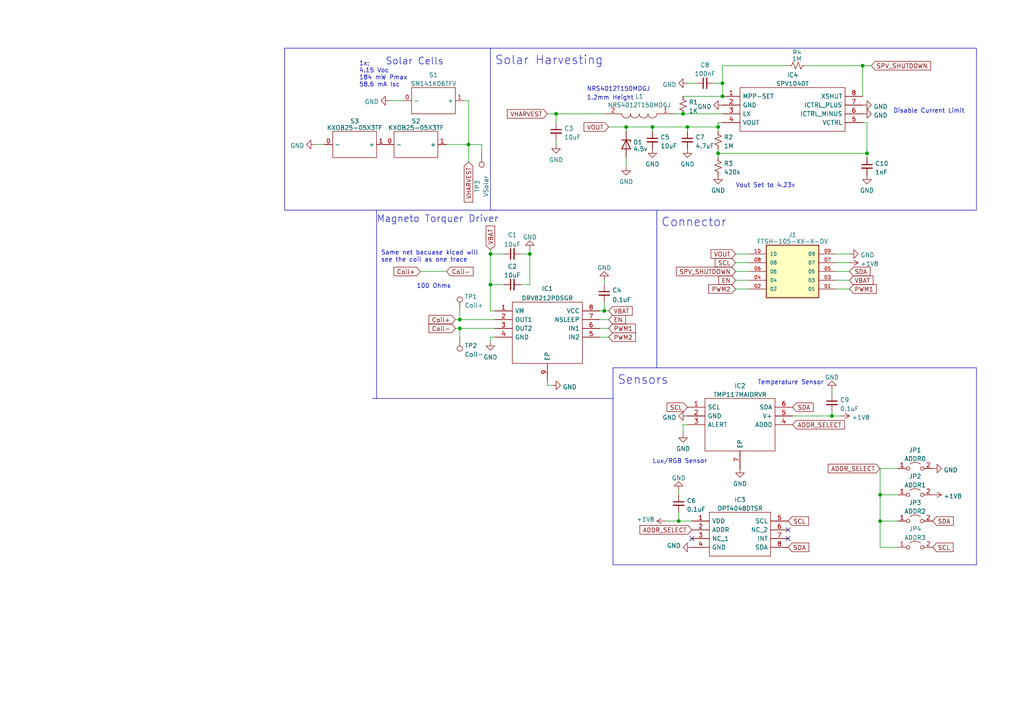
<source format=kicad_sch>
(kicad_sch (version 20230121) (generator eeschema)
  (paper "A4")
  (lib_symbols
    (symbol "+1V8_1" (power) (pin_names (offset 0))
      (property "Value" "+1V8_1" (at 0 3.556 0))
      (symbol "+1V8_1_0_1"
        (polyline (pts (xy -0.762 1.27) (xy 0 2.54)))
        (polyline (pts (xy 0 0) (xy 0 2.54)))
        (polyline (pts (xy 0 2.54) (xy 0.762 1.27)))
      )
      (symbol "+1V8_1_1_1"
        (pin power_in line (at 0 0 90) (length 0) hide (name "+1V8") (number "1"))
      )
    )
    (symbol "Connector:TestPoint" (pin_numbers hide) (pin_names (offset 0.762) hide)
      (property "Reference" "TP" (at 0 6.858 0))
      (property "Value" "TestPoint" (at 0 5.08 0))
      (symbol "TestPoint_0_1"
        (circle (center 0 3.302) (radius 0.762))
      )
      (symbol "TestPoint_1_1"
        (pin passive line (at 0 0 90) (length 2.54) (name "1") (number "1"))
      )
    )
    (symbol "DRV8212PDSGR:DRV8212PDSGR" (pin_names (offset 0.762))
      (property "Reference" "IC" (at 26.67 7.62 0))
      (property "Value" "DRV8212PDSGR" (at 26.67 5.08 0))
      (symbol "DRV8212PDSGR_0_0"
        (pin passive line (at 0 0 0) (length 5.08) (name "VM") (number "1"))
        (pin passive line (at 0 -2.54 0) (length 5.08) (name "OUT1") (number "2"))
        (pin passive line (at 0 -5.08 0) (length 5.08) (name "OUT2") (number "3"))
        (pin passive line (at 0 -7.62 0) (length 5.08) (name "GND") (number "4"))
        (pin passive line (at 30.48 -7.62 180) (length 5.08) (name "IN2") (number "5"))
        (pin passive line (at 30.48 -5.08 180) (length 5.08) (name "IN1") (number "6"))
        (pin passive line (at 30.48 -2.54 180) (length 5.08) (name "NSLEEP") (number "7"))
        (pin passive line (at 30.48 0 180) (length 5.08) (name "VCC") (number "8"))
        (pin passive line (at 15.24 -20.32 90) (length 5.08) (name "EP") (number "9"))
      )
      (symbol "DRV8212PDSGR_0_1"
        (polyline (pts (xy 5.08 2.54) (xy 25.4 2.54) (xy 25.4 -15.24) (xy 5.08 -15.24) (xy 5.08 2.54)) (stroke (width 0.1524)))
      )
    )
    (symbol "Device:C_Small" (pin_numbers hide) (pin_names (offset 0.254) hide)
      (property "Reference" "C" (at 0.254 1.778 0))
      (property "Value" "C_Small" (at 0.254 -2.032 0))
      (symbol "C_Small_0_1"
        (polyline (pts (xy -1.524 -0.508) (xy 1.524 -0.508)) (stroke (width 0.3302)))
        (polyline (pts (xy -1.524 0.508) (xy 1.524 0.508)) (stroke (width 0.3048)))
      )
      (symbol "C_Small_1_1"
        (pin passive line (at 0 2.54 270) (length 2.032) (name "~") (number "1"))
        (pin passive line (at 0 -2.54 90) (length 2.032) (name "~") (number "2"))
      )
    )
    (symbol "Device:D_Zener" (pin_numbers hide) (pin_names (offset 1.016) hide)
      (property "Reference" "D" (at 0 2.54 0))
      (property "Value" "D_Zener" (at 0 -2.54 0))
      (symbol "D_Zener_0_1"
        (polyline (pts (xy 1.27 0) (xy -1.27 0)))
        (polyline (pts (xy -1.27 -1.27) (xy -1.27 1.27) (xy -0.762 1.27)) (stroke (width 0.254)))
        (polyline (pts (xy 1.27 -1.27) (xy 1.27 1.27) (xy -1.27 0) (xy 1.27 -1.27)) (stroke (width 0.254)))
      )
      (symbol "D_Zener_1_1"
        (pin passive line (at -3.81 0 0) (length 2.54) (name "K") (number "1"))
        (pin passive line (at 3.81 0 180) (length 2.54) (name "A") (number "2"))
      )
    )
    (symbol "Device:R_Small_US" (pin_numbers hide) (pin_names (offset 0.254) hide)
      (property "Reference" "R" (at 0.762 0.508 0))
      (property "Value" "R_Small_US" (at 0.762 -1.016 0))
      (symbol "R_Small_US_1_1"
        (polyline (pts (xy 0 0) (xy 1.016 -0.381) (xy 0 -0.762) (xy -1.016 -1.143) (xy 0 -1.524)))
        (polyline (pts (xy 0 1.524) (xy 1.016 1.143) (xy 0 0.762) (xy -1.016 0.381) (xy 0 0)))
        (pin passive line (at 0 2.54 270) (length 1.016) (name "~") (number "1"))
        (pin passive line (at 0 -2.54 90) (length 1.016) (name "~") (number "2"))
      )
    )
    (symbol "FTSH-105-XX-X-DV:FTSH-105-XX-X-DV" (pin_names (offset 1.016))
      (property "Reference" "J" (at -7.62 8.89 0))
      (property "Value" "FTSH-105-XX-X-DV" (at -7.62 -10.16 0))
      (symbol "FTSH-105-XX-X-DV_0_0"
        (rectangle (start -7.62 -7.62) (end 7.62 7.62) (stroke (width 0.254)) (fill (type background)))
        (pin passive line (at -12.7 5.08 0) (length 5.08) (name "01") (number "01"))
        (pin passive line (at 12.7 5.08 180) (length 5.08) (name "02") (number "02"))
        (pin passive line (at -12.7 2.54 0) (length 5.08) (name "03") (number "03"))
        (pin passive line (at 12.7 2.54 180) (length 5.08) (name "04") (number "04"))
        (pin passive line (at -12.7 0 0) (length 5.08) (name "05") (number "05"))
        (pin passive line (at 12.7 0 180) (length 5.08) (name "06") (number "06"))
        (pin passive line (at -12.7 -2.54 0) (length 5.08) (name "07") (number "07"))
        (pin passive line (at 12.7 -2.54 180) (length 5.08) (name "08") (number "08"))
        (pin passive line (at -12.7 -5.08 0) (length 5.08) (name "09") (number "09"))
        (pin passive line (at 12.7 -5.08 180) (length 5.08) (name "10") (number "10"))
      )
    )
    (symbol "GND_1" (power) (pin_names (offset 0))
      (property "Value" "GND_1" (at 0 -3.81 0))
      (symbol "GND_1_0_1"
        (polyline (pts (xy 0 0) (xy 0 -1.27) (xy 1.27 -1.27) (xy 0 -2.54) (xy -1.27 -1.27) (xy 0 -1.27)))
      )
      (symbol "GND_1_1_1"
        (pin power_in line (at 0 0 270) (length 0) hide (name "GND") (number "1"))
      )
    )
    (symbol "GND_2" (power) (pin_names (offset 0))
      (property "Value" "GND_2" (at 0 -3.81 0))
      (symbol "GND_2_0_1"
        (polyline (pts (xy 0 0) (xy 0 -1.27) (xy 1.27 -1.27) (xy 0 -2.54) (xy -1.27 -1.27) (xy 0 -1.27)))
      )
      (symbol "GND_2_1_1"
        (pin power_in line (at 0 0 270) (length 0) hide (name "GND") (number "1"))
      )
    )
    (symbol "GND_3" (power) (pin_names (offset 0))
      (property "Value" "GND_3" (at 0 -3.81 0))
      (symbol "GND_3_0_1"
        (polyline (pts (xy 0 0) (xy 0 -1.27) (xy 1.27 -1.27) (xy 0 -2.54) (xy -1.27 -1.27) (xy 0 -1.27)))
      )
      (symbol "GND_3_1_1"
        (pin power_in line (at 0 0 270) (length 0) hide (name "GND") (number "1"))
      )
    )
    (symbol "GND_4" (power) (pin_names (offset 0))
      (property "Value" "GND_4" (at 0 -3.81 0))
      (symbol "GND_4_0_1"
        (polyline (pts (xy 0 0) (xy 0 -1.27) (xy 1.27 -1.27) (xy 0 -2.54) (xy -1.27 -1.27) (xy 0 -1.27)))
      )
      (symbol "GND_4_1_1"
        (pin power_in line (at 0 0 270) (length 0) hide (name "GND") (number "1"))
      )
    )
    (symbol "GND_6" (power) (pin_names (offset 0))
      (property "Value" "GND_6" (at 0 -3.81 0))
      (symbol "GND_6_0_1"
        (polyline (pts (xy 0 0) (xy 0 -1.27) (xy 1.27 -1.27) (xy 0 -2.54) (xy -1.27 -1.27) (xy 0 -1.27)))
      )
      (symbol "GND_6_1_1"
        (pin power_in line (at 0 0 270) (length 0) hide (name "GND") (number "1"))
      )
    )
    (symbol "Jumper:Jumper_2_Open" (pin_names (offset 0) hide)
      (property "Reference" "JP" (at 0 2.794 0))
      (property "Value" "Jumper_2_Open" (at 0 -2.286 0))
      (symbol "Jumper_2_Open_0_0"
        (circle (center -2.032 0) (radius 0.508))
        (circle (center 2.032 0) (radius 0.508))
      )
      (symbol "Jumper_2_Open_0_1"
        (arc (start 1.524 1.27) (mid 0 1.778) (end -1.524 1.27))
      )
      (symbol "Jumper_2_Open_1_1"
        (pin passive line (at -5.08 0 0) (length 2.54) (name "A") (number "1"))
        (pin passive line (at 5.08 0 180) (length 2.54) (name "B") (number "2"))
      )
    )
    (symbol "KXOB121K04TF:KXOB25-05X3TF"
      (property "Reference" "S" (at 0 -5.08 0))
      (property "Value" "KXOB25-05X3TF" (at 0 5.08 0))
      (symbol "KXOB25-05X3TF_0_1"
        (rectangle (start -6.35 3.81) (end 6.35 -3.81) (stroke (width 0.1524)))
      )
      (symbol "KXOB25-05X3TF_1_1"
        (pin input line (at -8.89 0 0) (length 2.54) (name "-") (number "0"))
        (pin input line (at 8.89 0 180) (length 2.54) (name "+") (number "1"))
      )
    )
    (symbol "KXOB121K04TF:SM141K06TFV"
      (property "Reference" "S" (at 0 -5.08 0))
      (property "Value" "SM141K06TFV" (at 0 5.08 0))
      (symbol "SM141K06TFV_0_1"
        (rectangle (start -6.35 3.81) (end 6.35 -3.81) (stroke (width 0.1524)))
      )
      (symbol "SM141K06TFV_1_1"
        (pin input line (at -8.89 0 0) (length 2.54) (name "-") (number "0"))
        (pin input line (at 8.89 0 180) (length 2.54) (name "+") (number "1"))
      )
    )
    (symbol "NRS4012T150MDGJ:NRS4012T150MDGJ" (pin_names (offset 0.762))
      (property "Reference" "L" (at 16.51 6.35 0))
      (property "Value" "NRS4012T150MDGJ" (at 16.51 3.81 0))
      (symbol "NRS4012T150MDGJ_0_0"
        (pin passive line (at 0 0 0) (length 5.08) (name "~") (number "1"))
        (pin passive line (at 20.32 0 180) (length 5.08) (name "~") (number "2"))
      )
      (symbol "NRS4012T150MDGJ_0_1"
        (arc (start 7.62 0) (mid 6.35 1.2202) (end 5.08 0) (stroke (width 0.1524)))
        (arc (start 10.16 0) (mid 8.89 1.2202) (end 7.62 0) (stroke (width 0.1524)))
        (arc (start 12.7 0) (mid 11.43 1.2202) (end 10.16 0) (stroke (width 0.1524)))
        (arc (start 15.24 0) (mid 13.97 1.2202) (end 12.7 0) (stroke (width 0.1524)))
      )
    )
    (symbol "OPT4048DTSR:OPT4048DTSR" (pin_names (offset 0.762))
      (property "Reference" "IC" (at 24.13 7.62 0))
      (property "Value" "OPT4048DTSR" (at 24.13 5.08 0))
      (symbol "OPT4048DTSR_0_0"
        (pin passive line (at 0 0 0) (length 5.08) (name "VDD") (number "1"))
        (pin passive line (at 0 -2.54 0) (length 5.08) (name "ADDR") (number "2"))
        (pin passive line (at 0 -5.08 0) (length 5.08) (name "NC_1") (number "3"))
        (pin passive line (at 0 -7.62 0) (length 5.08) (name "GND") (number "4"))
        (pin passive line (at 27.94 0 180) (length 5.08) (name "SCL") (number "5"))
        (pin passive line (at 27.94 -2.54 180) (length 5.08) (name "NC_2") (number "6"))
        (pin passive line (at 27.94 -5.08 180) (length 5.08) (name "INT") (number "7"))
        (pin passive line (at 27.94 -7.62 180) (length 5.08) (name "SDA") (number "8"))
      )
      (symbol "OPT4048DTSR_0_1"
        (polyline (pts (xy 5.08 2.54) (xy 22.86 2.54) (xy 22.86 -10.16) (xy 5.08 -10.16) (xy 5.08 2.54)) (stroke (width 0.1524)))
      )
    )
    (symbol "SPV1040T:SPV1040T" (pin_names (offset 0.762))
      (property "Reference" "IC" (at 36.83 7.62 0))
      (property "Value" "SPV1040T" (at 36.83 5.08 0))
      (symbol "SPV1040T_0_0"
        (pin passive line (at 0 0 0) (length 5.08) (name "MPP-SET") (number "1"))
        (pin passive line (at 0 -2.54 0) (length 5.08) (name "GND") (number "2"))
        (pin passive line (at 0 -5.08 0) (length 5.08) (name "LX") (number "3"))
        (pin passive line (at 0 -7.62 0) (length 5.08) (name "VOUT") (number "4"))
        (pin passive line (at 40.64 -7.62 180) (length 5.08) (name "VCTRL") (number "5"))
        (pin passive line (at 40.64 -5.08 180) (length 5.08) (name "ICTRL_MINUS") (number "6"))
        (pin passive line (at 40.64 -2.54 180) (length 5.08) (name "ICTRL_PLUS") (number "7"))
        (pin passive line (at 40.64 0 180) (length 5.08) (name "XSHUT") (number "8"))
      )
      (symbol "SPV1040T_0_1"
        (polyline (pts (xy 5.08 2.54) (xy 35.56 2.54) (xy 35.56 -10.16) (xy 5.08 -10.16) (xy 5.08 2.54)) (stroke (width 0.1524)))
      )
    )
    (symbol "TMP117MAIDRVR:TMP117MAIDRVR" (pin_names (offset 0.762))
      (property "Reference" "IC" (at 26.67 7.62 0))
      (property "Value" "TMP117MAIDRVR" (at 26.67 5.08 0))
      (symbol "TMP117MAIDRVR_0_0"
        (pin passive line (at 0 0 0) (length 5.08) (name "SCL") (number "1"))
        (pin passive line (at 0 -2.54 0) (length 5.08) (name "GND") (number "2"))
        (pin passive line (at 0 -5.08 0) (length 5.08) (name "ALERT") (number "3"))
        (pin passive line (at 30.48 -5.08 180) (length 5.08) (name "ADD0") (number "4"))
        (pin passive line (at 30.48 -2.54 180) (length 5.08) (name "V+") (number "5"))
        (pin passive line (at 30.48 0 180) (length 5.08) (name "SDA") (number "6"))
        (pin passive line (at 15.24 -17.78 90) (length 5.08) (name "EP") (number "7"))
      )
      (symbol "TMP117MAIDRVR_0_1"
        (polyline (pts (xy 5.08 2.54) (xy 25.4 2.54) (xy 25.4 -12.7) (xy 5.08 -12.7) (xy 5.08 2.54)) (stroke (width 0.1524)))
      )
    )
    (symbol "power:+1V8" (power) (pin_names (offset 0))
      (property "Value" "+1V8" (at 0 3.556 0))
      (symbol "+1V8_0_1"
        (polyline (pts (xy -0.762 1.27) (xy 0 2.54)))
        (polyline (pts (xy 0 0) (xy 0 2.54)))
        (polyline (pts (xy 0 2.54) (xy 0.762 1.27)))
      )
      (symbol "+1V8_1_1"
        (pin power_in line (at 0 0 90) (length 0) hide (name "+1V8") (number "1"))
      )
    )
    (symbol "power:GND" (power) (pin_names (offset 0))
      (property "Value" "GND" (at 0 -3.81 0))
      (symbol "GND_0_1"
        (polyline (pts (xy 0 0) (xy 0 -1.27) (xy 1.27 -1.27) (xy 0 -2.54) (xy -1.27 -1.27) (xy 0 -1.27)))
      )
      (symbol "GND_1_1"
        (pin power_in line (at 0 0 270) (length 0) hide (name "GND") (number "1"))
      )
    )
  )
  (junction (at 208.28 44.45))
  (junction (at 255.27 151.13))
  (junction (at 133.35 92.71))
  (junction (at 142.24 73.66))
  (junction (at 209.55 24.13))
  (junction (at 198.12 33.02))
  (junction (at 181.61 36.83))
  (junction (at 135.89 41.91))
  (junction (at 251.46 44.45))
  (junction (at 255.27 143.51))
  (junction (at 209.55 27.94))
  (junction (at 175.26 90.17))
  (junction (at 250.19 19.05))
  (junction (at 161.29 33.02))
  (junction (at 133.35 95.25))
  (junction (at 196.85 151.13))
  (junction (at 199.39 36.83))
  (junction (at 189.23 36.83))
  (junction (at 153.67 73.66))
  (junction (at 208.28 36.83))
  (junction (at 241.3 120.65))
  (junction (at 142.24 82.55))
  (no_connect (at 228.6 153.67))
  (no_connect (at 228.6 156.21))
  (no_connect (at 200.66 156.21))
  (wire (pts (xy 142.24 73.66) (xy 142.24 82.55)))
  (wire (pts (xy 255.27 135.89) (xy 260.35 135.89)))
  (wire (pts (xy 213.36 73.66) (xy 217.17 73.66)))
  (polyline (pts (xy 283.21 60.96) (xy 142.24 60.96)))
  (wire (pts (xy 241.3 119.38) (xy 241.3 120.65)))
  (wire (pts (xy 199.39 36.83) (xy 199.39 38.1)))
  (wire (pts (xy 176.53 97.79) (xy 173.99 97.79)))
  (wire (pts (xy 199.39 24.13) (xy 201.93 24.13)))
  (wire (pts (xy 133.35 95.25) (xy 132.08 95.25)))
  (wire (pts (xy 209.55 24.13) (xy 209.55 27.94)))
  (wire (pts (xy 133.35 90.17) (xy 133.35 92.71)))
  (wire (pts (xy 175.26 90.17) (xy 173.99 90.17)))
  (polyline (pts (xy 177.8 106.68) (xy 283.21 106.68)))
  (wire (pts (xy 142.24 72.39) (xy 142.24 73.66)))
  (polyline (pts (xy 190.5 60.96) (xy 190.5 106.68)))
  (wire (pts (xy 142.24 82.55) (xy 142.24 90.17)))
  (wire (pts (xy 133.35 95.25) (xy 133.35 97.79)))
  (wire (pts (xy 139.7 41.91) (xy 139.7 44.45)))
  (wire (pts (xy 189.23 36.83) (xy 189.23 38.1)))
  (wire (pts (xy 209.55 19.05) (xy 228.6 19.05)))
  (wire (pts (xy 133.35 92.71) (xy 132.08 92.71)))
  (wire (pts (xy 209.55 19.05) (xy 209.55 24.13)))
  (wire (pts (xy 208.28 35.56) (xy 209.55 35.56)))
  (wire (pts (xy 158.75 33.02) (xy 161.29 33.02)))
  (wire (pts (xy 243.84 120.65) (xy 241.3 120.65)))
  (polyline (pts (xy 177.8 115.57) (xy 107.95 115.57)))
  (wire (pts (xy 158.75 111.76) (xy 160.02 111.76)))
  (wire (pts (xy 242.57 73.66) (xy 246.38 73.66)))
  (wire (pts (xy 91.44 41.91) (xy 93.98 41.91)))
  (wire (pts (xy 198.12 123.19) (xy 199.39 123.19)))
  (wire (pts (xy 143.51 95.25) (xy 133.35 95.25)))
  (wire (pts (xy 255.27 158.75) (xy 260.35 158.75)))
  (wire (pts (xy 193.04 151.13) (xy 196.85 151.13)))
  (polyline (pts (xy 142.24 60.96) (xy 142.24 13.97)))
  (wire (pts (xy 242.57 83.82) (xy 246.38 83.82)))
  (wire (pts (xy 255.27 143.51) (xy 260.35 143.51)))
  (wire (pts (xy 250.19 27.94) (xy 250.19 19.05)))
  (wire (pts (xy 208.28 44.45) (xy 251.46 44.45)))
  (polyline (pts (xy 177.8 163.83) (xy 177.8 106.68)))
  (wire (pts (xy 134.62 29.21) (xy 135.89 29.21)))
  (wire (pts (xy 129.54 41.91) (xy 135.89 41.91)))
  (wire (pts (xy 213.36 76.2) (xy 217.17 76.2)))
  (polyline (pts (xy 283.21 13.97) (xy 283.21 60.96)))
  (wire (pts (xy 250.19 35.56) (xy 251.46 35.56)))
  (wire (pts (xy 250.19 19.05) (xy 252.73 19.05)))
  (wire (pts (xy 196.85 148.59) (xy 196.85 151.13)))
  (wire (pts (xy 251.46 44.45) (xy 251.46 45.72)))
  (wire (pts (xy 176.53 90.17) (xy 175.26 90.17)))
  (polyline (pts (xy 82.55 13.97) (xy 109.22 13.97)))
  (polyline (pts (xy 283.21 163.83) (xy 177.8 163.83)))
  (wire (pts (xy 151.13 73.66) (xy 153.67 73.66)))
  (wire (pts (xy 207.01 24.13) (xy 209.55 24.13)))
  (wire (pts (xy 195.58 33.02) (xy 198.12 33.02)))
  (wire (pts (xy 255.27 151.13) (xy 255.27 158.75)))
  (wire (pts (xy 198.12 27.94) (xy 209.55 27.94)))
  (wire (pts (xy 255.27 143.51) (xy 255.27 151.13)))
  (wire (pts (xy 181.61 36.83) (xy 189.23 36.83)))
  (wire (pts (xy 233.68 19.05) (xy 250.19 19.05)))
  (polyline (pts (xy 109.22 60.96) (xy 143.51 60.96)))
  (wire (pts (xy 153.67 82.55) (xy 153.67 73.66)))
  (polyline (pts (xy 142.24 13.97) (xy 109.22 13.97)))
  (wire (pts (xy 121.92 78.74) (xy 129.54 78.74)))
  (polyline (pts (xy 82.55 60.96) (xy 82.55 13.97)))
  (wire (pts (xy 241.3 120.65) (xy 229.87 120.65)))
  (wire (pts (xy 161.29 33.02) (xy 175.26 33.02)))
  (wire (pts (xy 208.28 36.83) (xy 208.28 35.56)))
  (wire (pts (xy 142.24 97.79) (xy 142.24 99.06)))
  (wire (pts (xy 208.28 38.1) (xy 208.28 36.83)))
  (wire (pts (xy 242.57 78.74) (xy 246.38 78.74)))
  (wire (pts (xy 142.24 90.17) (xy 143.51 90.17)))
  (wire (pts (xy 135.89 41.91) (xy 139.7 41.91)))
  (wire (pts (xy 135.89 46.99) (xy 135.89 41.91)))
  (wire (pts (xy 208.28 44.45) (xy 208.28 45.72)))
  (wire (pts (xy 146.05 73.66) (xy 142.24 73.66)))
  (wire (pts (xy 196.85 142.24) (xy 196.85 143.51)))
  (wire (pts (xy 181.61 45.72) (xy 181.61 48.26)))
  (wire (pts (xy 242.57 81.28) (xy 246.38 81.28)))
  (polyline (pts (xy 109.22 115.57) (xy 109.22 60.96)))
  (wire (pts (xy 255.27 151.13) (xy 260.35 151.13)))
  (wire (pts (xy 175.26 87.63) (xy 175.26 90.17)))
  (wire (pts (xy 143.51 92.71) (xy 133.35 92.71)))
  (wire (pts (xy 113.03 29.21) (xy 116.84 29.21)))
  (wire (pts (xy 198.12 33.02) (xy 209.55 33.02)))
  (wire (pts (xy 213.36 83.82) (xy 217.17 83.82)))
  (polyline (pts (xy 142.24 13.97) (xy 283.21 13.97)))
  (wire (pts (xy 161.29 33.02) (xy 161.29 35.56)))
  (wire (pts (xy 176.53 36.83) (xy 181.61 36.83)))
  (wire (pts (xy 153.67 73.66) (xy 153.67 72.39)))
  (wire (pts (xy 208.28 43.18) (xy 208.28 44.45)))
  (wire (pts (xy 198.12 123.19) (xy 198.12 125.73)))
  (polyline (pts (xy 283.21 106.68) (xy 283.21 163.83)))
  (wire (pts (xy 158.75 110.49) (xy 158.75 111.76)))
  (wire (pts (xy 181.61 36.83) (xy 181.61 38.1)))
  (wire (pts (xy 151.13 82.55) (xy 153.67 82.55)))
  (wire (pts (xy 255.27 135.89) (xy 255.27 143.51)))
  (wire (pts (xy 199.39 36.83) (xy 208.28 36.83)))
  (wire (pts (xy 135.89 29.21) (xy 135.89 41.91)))
  (wire (pts (xy 251.46 35.56) (xy 251.46 44.45)))
  (wire (pts (xy 196.85 151.13) (xy 200.66 151.13)))
  (polyline (pts (xy 109.22 60.96) (xy 82.55 60.96)))
  (wire (pts (xy 146.05 82.55) (xy 142.24 82.55)))
  (wire (pts (xy 213.36 81.28) (xy 217.17 81.28)))
  (wire (pts (xy 143.51 97.79) (xy 142.24 97.79)))
  (wire (pts (xy 189.23 36.83) (xy 199.39 36.83)))
  (wire (pts (xy 173.99 92.71) (xy 176.53 92.71)))
  (wire (pts (xy 213.36 78.74) (xy 217.17 78.74)))
  (wire (pts (xy 161.29 40.64) (xy 161.29 41.91)))
  (wire (pts (xy 176.53 95.25) (xy 173.99 95.25)))
  (wire (pts (xy 242.57 76.2) (xy 246.38 76.2)))
  (wire (pts (xy 241.3 113.03) (xy 241.3 114.3)))
  (wire (pts (xy 175.26 82.55) (xy 175.26 81.28)))
  (text "Lux/RGB Sensor" (at 189.23 134.62 0) (effects (font (size 1.27 1.27)) (justify left bottom)))
  (text "Sensors" (at 179.07 111.76 0) (effects (font (size 2.5 2.5)) (justify left bottom)))
  (text "100 Ohms" (at 130.81 83.82 0) (effects (font (size 1.27 1.27)) (justify right bottom)))
  (text "Vout Set to 4.23v" (at 213.36 54.61 0) (effects (font (size 1.27 1.27)) (justify left bottom)))
  (text "Solar Cells" (at 111.76 19.05 0) (effects (font (size 2 2)) (justify left bottom)))
  (text "Disable Current Limit" (at 259.08 33.02 0) (effects (font (size 1.27 1.27)) (justify left bottom)))
  (text "1.2mm Height" (at 170.18 29.21 0) (effects (font (size 1.27 1.27)) (justify left bottom)))
  (text "Solar Harvesting" (at 143.51 19.05 0) (effects (font (size 2.5 2.5)) (justify left bottom)))
  (text "NRS4012T150MDGJ" (at 170.18 26.67 0) (effects (font (size 1.27 1.27)) (justify left bottom)))
  (text "Same net bacuase kicad will \nsee the coil as one trace" (at 110.49 76.2 0) (effects (font (size 1.27 1.27)) (justify left bottom)))
  (text "Magneto Torquer Driver" (at 109.22 64.77 0) (effects (font (size 2 2)) (justify left bottom)))
  (text "Connector" (at 191.77 66.04 0) (effects (font (size 2.5 2.5)) (justify left bottom)))
  (text "1x;\n4.15 Voc\n184 mW Pmax\n58.6 mA Isc\n" (at 104.14 25.4 0) (effects (font (size 1.27 1.27)) (justify left bottom)))
  (text "Temperature Sensor" (at 219.71 111.76 0) (effects (font (size 1.27 1.27)) (justify left bottom)))
  (global_label "Coil+" (shape input) (at 121.92 78.74 180) (property "Intersheetrefs" "${INTERSHEET_REFS}" (effects hide)))
  (global_label "SDA" (shape input) (at 228.6 158.75 0) (property "Intersheetrefs" "${INTERSHEET_REFS}" (effects hide)))
  (global_label "Coil-" (shape input) (at 132.08 95.25 180) (property "Intersheetrefs" "${INTERSHEET_REFS}" (effects hide)))
  (global_label "VOUT" (shape input) (at 213.36 73.66 180) (property "Intersheetrefs" "${INTERSHEET_REFS}" (effects hide)))
  (global_label "SCL" (shape input) (at 270.51 158.75 0) (property "Intersheetrefs" "${INTERSHEET_REFS}" (effects hide)))
  (global_label "ADDR_SELECT" (shape input) (at 229.87 123.19 0) (property "Intersheetrefs" "${INTERSHEET_REFS}" (effects hide)))
  (global_label "Coil+" (shape input) (at 132.08 92.71 180) (property "Intersheetrefs" "${INTERSHEET_REFS}" (effects hide)))
  (global_label "SDA" (shape input) (at 229.87 118.11 0) (property "Intersheetrefs" "${INTERSHEET_REFS}" (effects hide)))
  (global_label "SDA" (shape input) (at 246.38 78.74 0) (property "Intersheetrefs" "${INTERSHEET_REFS}" (effects hide)))
  (global_label "EN" (shape input) (at 213.36 81.28 180) (property "Intersheetrefs" "${INTERSHEET_REFS}" (effects hide)))
  (global_label "SCL" (shape input) (at 228.6 151.13 0) (property "Intersheetrefs" "${INTERSHEET_REFS}" (effects hide)))
  (global_label "VBAT" (shape input) (at 142.24 72.39 90) (property "Intersheetrefs" "${INTERSHEET_REFS}" (effects hide)))
  (global_label "SCL" (shape input) (at 199.39 118.11 180) (property "Intersheetrefs" "${INTERSHEET_REFS}" (effects hide)))
  (global_label "SPV_SHUTDOWN" (shape input) (at 252.73 19.05 0) (property "Intersheetrefs" "${INTERSHEET_REFS}" (effects hide)))
  (global_label "VBAT" (shape input) (at 176.53 90.17 0) (property "Intersheetrefs" "${INTERSHEET_REFS}" (effects hide)))
  (global_label "PWM1" (shape input) (at 176.53 95.25 0) (property "Intersheetrefs" "${INTERSHEET_REFS}" (effects hide)))
  (global_label "PWM2" (shape input) (at 176.53 97.79 0) (property "Intersheetrefs" "${INTERSHEET_REFS}" (effects hide)))
  (global_label "ADDR_SELECT" (shape input) (at 200.66 153.67 180) (property "Intersheetrefs" "${INTERSHEET_REFS}" (effects hide)))
  (global_label "PWM1" (shape input) (at 246.38 83.82 0) (property "Intersheetrefs" "${INTERSHEET_REFS}" (effects hide)))
  (global_label "VOUT" (shape input) (at 176.53 36.83 180) (property "Intersheetrefs" "${INTERSHEET_REFS}" (effects hide)))
  (global_label "SPV_SHUTDOWN" (shape input) (at 213.36 78.74 180) (property "Intersheetrefs" "${INTERSHEET_REFS}" (effects hide)))
  (global_label "Coil-" (shape input) (at 129.54 78.74 0) (property "Intersheetrefs" "${INTERSHEET_REFS}" (effects hide)))
  (global_label "ADDR_SELECT" (shape input) (at 255.27 135.89 180) (property "Intersheetrefs" "${INTERSHEET_REFS}" (effects hide)))
  (global_label "VHARVEST" (shape input) (at 158.75 33.02 180) (property "Intersheetrefs" "${INTERSHEET_REFS}" (effects hide)))
  (global_label "PWM2" (shape input) (at 213.36 83.82 180) (property "Intersheetrefs" "${INTERSHEET_REFS}" (effects hide)))
  (global_label "VHARVEST" (shape input) (at 135.89 46.99 270) (property "Intersheetrefs" "${INTERSHEET_REFS}" (effects hide)))
  (global_label "SCL" (shape input) (at 213.36 76.2 180) (property "Intersheetrefs" "${INTERSHEET_REFS}" (effects hide)))
  (global_label "VBAT" (shape input) (at 246.38 81.28 0) (property "Intersheetrefs" "${INTERSHEET_REFS}" (effects hide)))
  (global_label "SDA" (shape input) (at 270.51 151.13 0) (property "Intersheetrefs" "${INTERSHEET_REFS}" (effects hide)))
  (global_label "EN" (shape input) (at 176.53 92.71 0) (property "Intersheetrefs" "${INTERSHEET_REFS}" (effects hide)))
  (symbol (lib_id "Connector:TestPoint") (at 133.35 90.17 0) (unit 1)
    (property "Reference" "TP1" (at 134.747 86.0333 0) (effects (justify left)))
    (property "Value" "Coil+" (at 134.747 88.5702 0) (effects (justify left)))
    (property "Footprint" "TestPoint:TestPoint_Pad_D2.0mm" (effects hide))
  )
  (symbol (lib_id "Jumper:Jumper_2_Open") (at 265.43 143.51 0) (unit 1)
    (property "Reference" "JP2" (at 265.43 138.1592 0))
    (property "Value" "ADDR1" (at 265.43 140.6961 0))
    (property "Footprint" "Jumper:SolderJumper-2_P1.3mm_Open_Pad1.0x1.5mm" (effects hide))
  )
  (symbol (lib_id "Device:C_Small") (at 148.59 82.55 90) (unit 1)
    (property "Reference" "C2" (at 148.5963 77.2881 90))
    (property "Value" "10uF" (at 148.5963 79.825 90))
    (property "Footprint" "Capacitor_SMD:C_0402_1005Metric" (effects hide))
  )
  (symbol (lib_id "power:GND") (at 208.28 50.8 0) (unit 1)
    (property "Reference" "#PWR016" (effects hide))
    (property "Value" "GND" (at 208.28 55.2434 0))
  )
  (symbol (lib_id "Device:C_Small") (at 161.29 38.1 0) (unit 1)
    (property "Reference" "C3" (at 163.6141 37.2716 0) (effects (justify left)))
    (property "Value" "10uF" (at 163.6141 39.8085 0) (effects (justify left)))
    (property "Footprint" "Capacitor_SMD:C_0402_1005Metric" (effects hide))
  )
  (symbol (lib_id "power:+1V8") (at 243.84 120.65 270) (unit 1)
    (property "Reference" "#PWR022" (effects hide))
    (property "Value" "+1V8" (at 247.015 121.0838 90) (effects (justify left)))
  )
  (symbol (lib_id "FTSH-105-XX-X-DV:FTSH-105-XX-X-DV") (at 229.87 78.74 180) (unit 1)
    (property "Reference" "J1" (at 229.87 68.1101 0))
    (property "Value" "FTSH-105-XX-X-DV" (at 229.87 70.0311 0))
    (property "Footprint" "FTSH-105-01-L-DV:SAMTEC_FTSH-105-XX-X-DV" (effects hide))
    (property "PARTREV" "H" (effects hide))
    (property "STANDARD" "Manufacturer Recommendation" (effects hide))
    (property "MANUFACTURER" "Samtec" (effects hide))
  )
  (symbol (lib_id "Jumper:Jumper_2_Open") (at 265.43 158.75 0) (unit 1)
    (property "Reference" "JP4" (at 265.43 153.3992 0))
    (property "Value" "ADDR3" (at 265.43 155.9361 0))
    (property "Footprint" "Jumper:SolderJumper-2_P1.3mm_Open_Pad1.0x1.5mm" (effects hide))
  )
  (symbol (lib_id "Device:C_Small") (at 148.59 73.66 90) (unit 1)
    (property "Reference" "C1" (at 148.5963 68.1314 90))
    (property "Value" "10uF" (at 148.5963 70.9065 90))
    (property "Footprint" "Capacitor_SMD:C_0402_1005Metric" (effects hide))
  )
  (symbol (lib_id "power:GND") (at 246.38 73.66 90) (unit 1)
    (property "Reference" "#PWR028" (effects hide))
    (property "Value" "GND" (at 249.555 73.9768 90) (effects (justify right)))
  )
  (symbol (lib_id "Jumper:Jumper_2_Open") (at 265.43 135.89 0) (unit 1)
    (property "Reference" "JP1" (at 265.43 130.5392 0))
    (property "Value" "ADDR0" (at 265.43 133.0761 0))
    (property "Footprint" "Jumper:SolderJumper-2_P1.3mm_Open_Pad1.0x1.5mm" (effects hide))
  )
  (symbol (lib_id "power:GND") (at 189.23 43.18 0) (unit 1)
    (property "Reference" "#PWR08" (effects hide))
    (property "Value" "GND" (at 189.23 47.6234 0))
  )
  (symbol (lib_id "power:GND") (at 181.61 48.26 0) (unit 1)
    (property "Reference" "#PWR07" (effects hide))
    (property "Value" "GND" (at 181.61 52.7034 0))
  )
  (symbol (lib_id "Device:C_Small") (at 251.46 48.26 0) (unit 1)
    (property "Reference" "C10" (at 253.7841 47.4316 0) (effects (justify left)))
    (property "Value" "1nF" (at 253.7841 49.9685 0) (effects (justify left)))
    (property "Footprint" "Capacitor_SMD:C_0402_1005Metric" (effects hide))
  )
  (symbol (lib_id "OPT4048DTSR:OPT4048DTSR") (at 200.66 151.13 0) (unit 1)
    (property "Reference" "IC3" (at 214.63 144.941 0))
    (property "Value" "OPT4048DTSR" (at 214.63 147.4779 0))
    (property "Footprint" "OPT4048DTSR:SOTFL50P190X60-8N" (effects hide))
    (property "Datasheet" "https://www.ti.com/lit/ds/symlink/opt4048.pdf?ts=1676909119066&ref_url=https%253A%252F%252Fwww.ti.com%252Fproduct%252FOPT4048%252Fpart-details%252FOPT4048DTSR%253FHQS%253Docb-tistore-invf-invftransact-invf-store-octopart-wwe%2526login-check%253Dtrue" (effects hide))
    (property "Description" "Ambient Light Sensors High-speed high-precision tristimulus XYZ color sensor 8-SOT-5X3 -40 to 85" (effects hide))
    (property "Height" "0.6" (effects hide))
    (property "Mouser Part Number" "595-OPT4048DTSR" (effects hide))
    (property "Mouser Price/Stock" "https://www.mouser.co.uk/ProductDetail/Texas-Instruments/OPT4048DTSR?qs=rQFj71Wb1eUko9TNzYxksQ%3D%3D" (effects hide))
    (property "Manufacturer_Name" "Texas Instruments" (effects hide))
    (property "Manufacturer_Part_Number" "OPT4048DTSR" (effects hide))
  )
  (symbol (lib_id "Device:C_Small") (at 175.26 85.09 0) (unit 1)
    (property "Reference" "C4" (at 177.5841 84.1878 0) (effects (justify left)))
    (property "Value" "0.1uF" (at 177.5841 86.9629 0) (effects (justify left)))
    (property "Footprint" "Capacitor_SMD:C_0402_1005Metric" (effects hide))
  )
  (symbol (lib_name "GND_2") (lib_id "power:GND") (at 142.24 99.06 0) (unit 1)
    (property "Reference" "#PWR02" (effects hide))
    (property "Value" "GND" (at 142.24 103.6225 0))
  )
  (symbol (lib_id "KXOB121K04TF:KXOB25-05X3TF") (at 120.65 41.91 0) (unit 1)
    (property "Reference" "S2" (at 120.65 35.1409 0))
    (property "Value" "KXOB25-05X3TF" (at 120.65 37.0619 0))
    (property "Footprint" "KXOB121K04TF:KXOB25-05X3TF" (effects hide))
  )
  (symbol (lib_id "Device:R_Small_US") (at 208.28 40.64 0) (unit 1)
    (property "Reference" "R2" (at 209.931 39.8053 0) (effects (justify left)))
    (property "Value" "1M" (at 209.931 42.3422 0) (effects (justify left)))
    (property "Footprint" "Resistor_SMD:R_0402_1005Metric" (effects hide))
  )
  (symbol (lib_id "Device:C_Small") (at 241.3 116.84 0) (unit 1)
    (property "Reference" "C9" (at 243.6241 116.0116 0) (effects (justify left)))
    (property "Value" "0.1uF" (at 243.6241 118.5485 0) (effects (justify left)))
    (property "Footprint" "Capacitor_SMD:C_0402_1005Metric" (effects hide))
  )
  (symbol (lib_name "GND_4") (lib_id "power:GND") (at 153.67 72.39 180) (unit 1)
    (property "Reference" "#PWR03" (effects hide))
    (property "Value" "GND" (at 153.67 68.7855 0))
  )
  (symbol (lib_id "Connector:TestPoint") (at 133.35 97.79 180) (unit 1)
    (property "Reference" "TP2" (at 134.747 100.2573 0) (effects (justify right)))
    (property "Value" "Coil-" (at 134.747 102.7942 0) (effects (justify right)))
    (property "Footprint" "TestPoint:TestPoint_Pad_D2.0mm" (effects hide))
  )
  (symbol (lib_id "Device:C_Small") (at 199.39 40.64 0) (unit 1)
    (property "Reference" "C7" (at 201.7141 39.8116 0) (effects (justify left)))
    (property "Value" "4.7uF" (at 201.7141 42.3485 0) (effects (justify left)))
    (property "Footprint" "Capacitor_SMD:C_0402_1005Metric" (effects hide))
  )
  (symbol (lib_id "TMP117MAIDRVR:TMP117MAIDRVR") (at 199.39 118.11 0) (unit 1)
    (property "Reference" "IC2" (at 214.63 111.921 0))
    (property "Value" "TMP117MAIDRVR" (at 214.63 114.4579 0))
    (property "Footprint" "TMP117MAIDRVR:SON65P200X200X80-7N" (effects hide))
    (property "Datasheet" "http://www.ti.com/lit/gpn/tmp117" (effects hide))
    (property "Description" "+/-0.1C Accurate Digital Temperature Sensor with Integrated NV Memory" (effects hide))
    (property "Height" "0.8" (effects hide))
    (property "Mouser Part Number" "595-TMP117MAIDRVR" (effects hide))
    (property "Mouser Price/Stock" "https://www.mouser.co.uk/ProductDetail/Texas-Instruments/TMP117MAIDRVR?qs=qSfuJ%252Bfl%2Fd6ns6kYPunSVg%3D%3D" (effects hide))
    (property "Manufacturer_Name" "Texas Instruments" (effects hide))
    (property "Manufacturer_Part_Number" "TMP117MAIDRVR" (effects hide))
  )
  (symbol (lib_id "power:GND") (at 214.63 135.89 0) (unit 1)
    (property "Reference" "#PWR020" (effects hide))
    (property "Value" "GND" (at 214.63 140.3334 0))
  )
  (symbol (lib_id "power:GND") (at 161.29 41.91 0) (unit 1)
    (property "Reference" "#PWR05" (effects hide))
    (property "Value" "GND" (at 161.29 46.3534 0))
  )
  (symbol (lib_id "power:GND") (at 199.39 24.13 270) (unit 1)
    (property "Reference" "#PWR012" (effects hide))
    (property "Value" "GND" (at 196.2151 24.5638 90) (effects (justify right)))
  )
  (symbol (lib_id "KXOB121K04TF:SM141K06TFV") (at 125.73 29.21 0) (unit 1)
    (property "Reference" "S1" (at 125.73 21.751 0))
    (property "Value" "SM141K06TFV" (at 125.73 24.2879 0))
    (property "Footprint" "KXOB121K04TF:SM141K06TFV" (effects hide))
  )
  (symbol (lib_id "power:+1V8") (at 246.38 76.2 270) (unit 1)
    (property "Reference" "#PWR029" (effects hide))
    (property "Value" "+1V8" (at 249.555 76.5168 90) (effects (justify left)))
  )
  (symbol (lib_id "power:GND") (at 199.39 120.65 270) (unit 1)
    (property "Reference" "#PWR014" (effects hide))
    (property "Value" "GND" (at 196.2151 121.0838 90) (effects (justify right)))
  )
  (symbol (lib_id "Device:R_Small_US") (at 231.14 19.05 90) (unit 1)
    (property "Reference" "R4" (at 231.14 15.1511 90))
    (property "Value" "1M" (at 231.14 17.0721 90))
    (property "Footprint" "Resistor_SMD:R_0402_1005Metric" (effects hide))
  )
  (symbol (lib_id "KXOB121K04TF:KXOB25-05X3TF") (at 102.87 41.91 0) (unit 1)
    (property "Reference" "S3" (at 102.87 35.1409 0))
    (property "Value" "KXOB25-05X3TF" (at 102.87 37.0619 0))
    (property "Footprint" "KXOB121K04TF:KXOB25-05X3TF" (effects hide))
  )
  (symbol (lib_id "NRS4012T150MDGJ:NRS4012T150MDGJ") (at 195.58 33.02 180) (unit 1)
    (property "Reference" "L1" (at 185.42 27.94 0))
    (property "Value" "NRS4012T150MDGJ" (at 185.42 30.48 0))
    (property "Footprint" "NRS4012T150MDGJ:NRS4012T150MDGJ" (effects hide))
    (property "Datasheet" "https://componentsearchengine.com/Datasheets/1/NRS4012T150MDGJ.pdf" (effects hide))
    (property "Description" "NRS4012T150MDGJ" (effects hide))
    (property "Height" "1.2" (effects hide))
    (property "Mouser Part Number" "963-NRS4012T150MDGJ" (effects hide))
    (property "Mouser Price/Stock" "https://www.mouser.com/Search/Refine.aspx?Keyword=963-NRS4012T150MDGJ" (effects hide))
    (property "Manufacturer_Name" "TAIYO YUDEN" (effects hide))
    (property "Manufacturer_Part_Number" "NRS4012T150MDGJ" (effects hide))
  )
  (symbol (lib_name "GND_6") (lib_id "power:GND") (at 200.66 158.75 270) (unit 1)
    (property "Reference" "#PWR015" (effects hide))
    (property "Value" "GND" (at 197.485 158.271 90) (effects (justify right)))
  )
  (symbol (lib_id "power:GND") (at 196.85 142.24 180) (unit 1)
    (property "Reference" "#PWR010" (effects hide))
    (property "Value" "GND" (at 196.85 138.6642 0))
  )
  (symbol (lib_id "power:GND") (at 251.46 50.8 0) (unit 1)
    (property "Reference" "#PWR025" (effects hide))
    (property "Value" "GND" (at 251.46 55.2434 0))
  )
  (symbol (lib_id "Device:R_Small_US") (at 208.28 48.26 0) (unit 1)
    (property "Reference" "R3" (at 209.931 47.4253 0) (effects (justify left)))
    (property "Value" "420k" (at 209.931 49.9622 0) (effects (justify left)))
    (property "Footprint" "Resistor_SMD:R_0402_1005Metric" (effects hide))
  )
  (symbol (lib_id "power:GND") (at 270.51 135.89 90) (unit 1)
    (property "Reference" "#PWR026" (effects hide))
    (property "Value" "GND" (at 273.685 136.3238 90) (effects (justify right)))
  )
  (symbol (lib_id "power:GND") (at 113.03 29.21 270) (unit 1)
    (property "Reference" "#PWR01" (effects hide))
    (property "Value" "GND" (at 109.8551 29.5268 90) (effects (justify right)))
  )
  (symbol (lib_id "power:GND") (at 241.3 113.03 180) (unit 1)
    (property "Reference" "#PWR021" (effects hide))
    (property "Value" "GND" (at 241.3 109.4542 0))
  )
  (symbol (lib_id "SPV1040T:SPV1040T") (at 209.55 27.94 0) (unit 1)
    (property "Reference" "IC4" (at 229.87 21.751 0))
    (property "Value" "SPV1040T" (at 229.87 24.2879 0))
    (property "Footprint" "SPV1040T:SOP65P640X120-8N" (effects hide))
    (property "Description" "Voltage Regulators - Switching Regulators Hi efficiency solar battery charger" (effects hide))
    (property "Height" "1.2" (effects hide))
    (property "Mouser Part Number" "511-SPV1040T" (effects hide))
    (property "Mouser Price/Stock" "https://www.mouser.co.uk/ProductDetail/STMicroelectronics/SPV1040T?qs=7qOP6AeGKU1lga8RjcaFUQ%3D%3D" (effects hide))
    (property "Manufacturer_Name" "STMicroelectronics" (effects hide))
    (property "Manufacturer_Part_Number" "SPV1040T" (effects hide))
  )
  (symbol (lib_id "Connector:TestPoint") (at 139.7 44.45 180) (unit 1)
    (property "Reference" "TP3" (at 138.43 55.88 90) (effects (justify right)))
    (property "Value" "VSolar" (at 140.97 57.15 90) (effects (justify right)))
    (property "Footprint" "TestPoint:TestPoint_Pad_1.0x1.0mm" (effects hide))
  )
  (symbol (lib_id "power:GND") (at 91.44 41.91 270) (unit 1)
    (property "Reference" "#PWR018" (effects hide))
    (property "Value" "GND" (at 88.2651 42.2268 90) (effects (justify right)))
  )
  (symbol (lib_name "GND_3") (lib_id "power:GND") (at 175.26 81.28 180) (unit 1)
    (property "Reference" "#PWR06" (effects hide))
    (property "Value" "GND" (at 175.26 77.6755 0))
  )
  (symbol (lib_id "power:GND") (at 250.19 30.48 90) (unit 1)
    (property "Reference" "#PWR023" (effects hide))
    (property "Value" "GND" (at 253.365 30.9138 90) (effects (justify right)))
  )
  (symbol (lib_id "power:GND") (at 209.55 30.48 270) (unit 1)
    (property "Reference" "#PWR017" (effects hide))
    (property "Value" "GND" (at 206.3751 30.9138 90) (effects (justify right)))
  )
  (symbol (lib_id "Device:D_Zener") (at 181.61 41.91 270) (unit 1)
    (property "Reference" "D1" (at 183.642 41.2663 90) (effects (justify left)))
    (property "Value" "4.5v" (at 183.642 43.1873 90) (effects (justify left)))
    (property "Footprint" "Diode_SMD:D_SOD-123" (effects hide))
  )
  (symbol (lib_id "power:GND") (at 199.39 43.18 0) (unit 1)
    (property "Reference" "#PWR013" (effects hide))
    (property "Value" "GND" (at 199.39 47.6234 0))
  )
  (symbol (lib_id "Jumper:Jumper_2_Open") (at 265.43 151.13 0) (unit 1)
    (property "Reference" "JP3" (at 265.43 145.7792 0))
    (property "Value" "ADDR2" (at 265.43 148.3161 0))
    (property "Footprint" "Jumper:SolderJumper-2_P1.3mm_Open_Pad1.0x1.5mm" (effects hide))
  )
  (symbol (lib_name "GND_1") (lib_id "power:GND") (at 160.02 111.76 90) (unit 1)
    (property "Reference" "#PWR04" (effects hide))
    (property "Value" "GND" (at 163.195 112.239 90) (effects (justify right)))
  )
  (symbol (lib_id "Device:C_Small") (at 189.23 40.64 0) (unit 1)
    (property "Reference" "C5" (at 191.5541 39.8116 0) (effects (justify left)))
    (property "Value" "10uF" (at 191.5541 42.3485 0) (effects (justify left)))
    (property "Footprint" "Capacitor_SMD:C_0402_1005Metric" (effects hide))
  )
  (symbol (lib_name "+1V8_1") (lib_id "power:+1V8") (at 193.04 151.13 90) (unit 1)
    (property "Reference" "#PWR09" (effects hide))
    (property "Value" "+1V8" (at 189.865 150.651 90) (effects (justify left)))
  )
  (symbol (lib_id "power:GND") (at 198.12 125.73 0) (unit 1)
    (property "Reference" "#PWR011" (effects hide))
    (property "Value" "GND" (at 198.12 130.1734 0))
  )
  (symbol (lib_id "power:+1V8") (at 270.51 143.51 270) (unit 1)
    (property "Reference" "#PWR027" (effects hide))
    (property "Value" "+1V8" (at 273.685 143.9438 90) (effects (justify left)))
  )
  (symbol (lib_id "Device:C_Small") (at 204.47 24.13 90) (unit 1)
    (property "Reference" "C8" (at 204.4763 18.8681 90))
    (property "Value" "100nF" (at 204.4763 21.405 90))
    (property "Footprint" "Capacitor_SMD:C_0402_1005Metric" (effects hide))
  )
  (symbol (lib_id "Device:C_Small") (at 196.85 146.05 0) (unit 1)
    (property "Reference" "C6" (at 199.1741 145.2216 0) (effects (justify left)))
    (property "Value" "0.1uF" (at 199.1741 147.7585 0) (effects (justify left)))
    (property "Footprint" "Capacitor_SMD:C_0402_1005Metric" (effects hide))
  )
  (symbol (lib_id "DRV8212PDSGR:DRV8212PDSGR") (at 143.51 90.17 0) (unit 1)
    (property "Reference" "IC1" (at 158.75 83.7143 0))
    (property "Value" "DRV8212PDSGR" (at 158.75 86.4894 0))
    (property "Footprint" "DRV8212PDSGR:SON50P200X200X80-9N" (effects hide))
    (property "Datasheet" "https://www.ti.com/jp/lit/ds/symlink/drv8212p.pdf?ts=1646210444424&ref_url=https%253A%252F%252Fwww.ti.com%252Fproduct%252Fja-jp%252FDRV8212P" (effects hide))
    (property "Description" "Motor / Motion / Ignition Controllers & Drivers 12-V, 3-A H-bridge m otor driver, PWM co" (effects hide))
    (property "Height" "0.8" (effects hide))
    (property "Mouser Part Number" "595-DRV8212PDSGR" (effects hide))
    (property "Mouser Price/Stock" "https://www.mouser.co.uk/ProductDetail/Texas-Instruments/DRV8212PDSGR?qs=QNEnbhJQKvaacfB2XVypIQ%3D%3D" (effects hide))
    (property "Manufacturer_Name" "Texas Instruments" (effects hide))
    (property "Manufacturer_Part_Number" "DRV8212PDSGR" (effects hide))
  )
  (symbol (lib_id "power:GND") (at 250.19 33.02 90) (unit 1)
    (property "Reference" "#PWR024" (effects hide))
    (property "Value" "GND" (at 253.365 33.4538 90) (effects (justify right)))
  )
  (symbol (lib_id "Device:R_Small_US") (at 198.12 30.48 0) (unit 1)
    (property "Reference" "R1" (at 199.771 29.6453 0) (effects (justify left)))
    (property "Value" "1K" (at 199.771 32.1822 0) (effects (justify left)))
    (property "Footprint" "Resistor_SMD:R_0402_1005Metric" (effects hide))
  )
)
</source>
